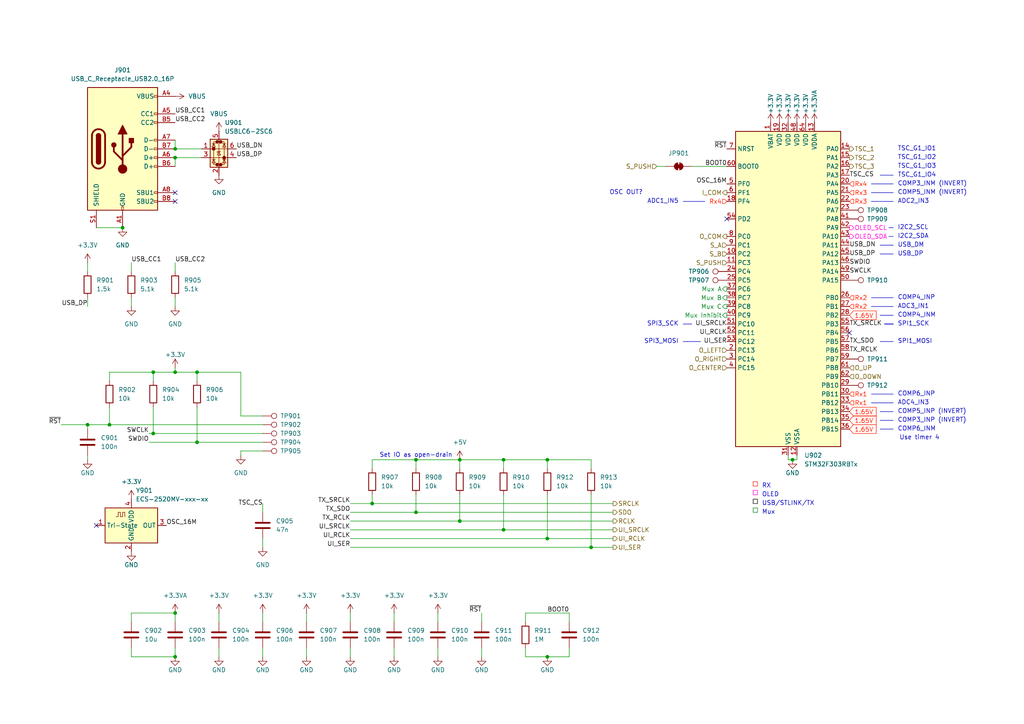
<source format=kicad_sch>
(kicad_sch (version 20250114) (generator "eeschema") (generator_version "9.0")
  (paper "A4")
  (lib_symbols
    (symbol "Connector:TestPoint" (pin_numbers (hide yes)) (pin_names (offset 0.762) (hide yes))
      (property "Reference" "TP" (at 0 6.858 0))
      (property "Value" "TestPoint" (at 0 5.08 0))
      (symbol "TestPoint_1_1"
        (pin passive line (at 0 0 90) (length 2.54) (name "1") (number "1"))
      )
    )
    (symbol "Connector:USB_C_Receptacle_USB2.0_16P" (pin_names (offset 1.016))
      (property "Reference" "J" (at 0 22.225 0))
      (property "Value" "USB_C_Receptacle_USB2.0_16P" (at 0 19.685 0))
      (symbol "USB_C_Receptacle_USB2.0_16P_1_1"
        (pin passive line (at -7.62 -22.86 90) (length 5.08) (name "SHIELD") (number "S1"))
        (pin passive line (at 0 -22.86 90) (length 5.08) (name "GND") (number "A1"))
        (pin passive line (at 0 -22.86 90) (length 5.08) (hide yes) (name "GND") (number "A12"))
        (pin passive line (at 0 -22.86 90) (length 5.08) (hide yes) (name "GND") (number "B1"))
        (pin passive line (at 0 -22.86 90) (length 5.08) (hide yes) (name "GND") (number "B12"))
        (pin passive line (at 15.24 15.24 180) (length 5.08) (name "VBUS") (number "A4"))
        (pin passive line (at 15.24 15.24 180) (length 5.08) (hide yes) (name "VBUS") (number "A9"))
        (pin passive line (at 15.24 15.24 180) (length 5.08) (hide yes) (name "VBUS") (number "B4"))
        (pin passive line (at 15.24 15.24 180) (length 5.08) (hide yes) (name "VBUS") (number "B9"))
        (pin bidirectional line (at 15.24 10.16 180) (length 5.08) (name "CC1") (number "A5"))
        (pin bidirectional line (at 15.24 7.62 180) (length 5.08) (name "CC2") (number "B5"))
        (pin bidirectional line (at 15.24 2.54 180) (length 5.08) (name "D-") (number "A7"))
        (pin bidirectional line (at 15.24 0 180) (length 5.08) (name "D-") (number "B7"))
        (pin bidirectional line (at 15.24 -2.54 180) (length 5.08) (name "D+") (number "A6"))
        (pin bidirectional line (at 15.24 -5.08 180) (length 5.08) (name "D+") (number "B6"))
        (pin bidirectional line (at 15.24 -12.7 180) (length 5.08) (name "SBU1") (number "A8"))
        (pin bidirectional line (at 15.24 -15.24 180) (length 5.08) (name "SBU2") (number "B8"))
      )
    )
    (symbol "Device:C" (pin_numbers (hide yes)) (pin_names (offset 0.254))
      (property "Reference" "C" (at 0.635 2.54 0))
      (property "Value" "C" (at 0.635 -2.54 0))
      (symbol "C_1_1"
        (pin passive line (at 0 3.81 270) (length 2.794) (name "~") (number "1"))
        (pin passive line (at 0 -3.81 90) (length 2.794) (name "~") (number "2"))
      )
    )
    (symbol "Device:R" (pin_numbers (hide yes)) (pin_names (offset 0))
      (property "Reference" "R" (at 2.032 0 90))
      (property "Value" "R" (at 0 0 90))
      (symbol "R_1_1"
        (pin passive line (at 0 3.81 270) (length 1.27) (name "~") (number "1"))
        (pin passive line (at 0 -3.81 90) (length 1.27) (name "~") (number "2"))
      )
    )
    (symbol "GND_1" (power) (pin_numbers (hide yes)) (pin_names (offset 0) (hide yes))
      (property "Value" "GND" (at 0 -3.81 0))
      (symbol "GND_1_1_1"
        (pin power_in line (at 0 0 270) (length 0) (name "~") (number "1"))
      )
    )
    (symbol "GND_2" (power) (pin_numbers (hide yes)) (pin_names (offset 0) (hide yes))
      (property "Value" "GND" (at 0 -3.81 0))
      (symbol "GND_2_1_1"
        (pin power_in line (at 0 0 270) (length 0) (name "~") (number "1"))
      )
    )
    (symbol "GND_3" (power) (pin_numbers (hide yes)) (pin_names (offset 0) (hide yes))
      (property "Value" "GND" (at 0 -3.81 0))
      (symbol "GND_3_1_1"
        (pin power_in line (at 0 0 270) (length 0) (name "~") (number "1"))
      )
    )
    (symbol "GND_4" (power) (pin_numbers (hide yes)) (pin_names (offset 0) (hide yes))
      (property "Value" "GND" (at 0 -3.81 0))
      (symbol "GND_4_1_1"
        (pin power_in line (at 0 0 270) (length 0) (name "~") (number "1"))
      )
    )
    (symbol "GND_5" (power) (pin_numbers (hide yes)) (pin_names (offset 0) (hide yes))
      (property "Value" "GND" (at 0 -3.81 0))
      (symbol "GND_5_1_1"
        (pin power_in line (at 0 0 270) (length 0) (name "~") (number "1"))
      )
    )
    (symbol "Jumper:SolderJumper_2_Bridged" (pin_numbers (hide yes)) (pin_names (offset 0) (hide yes)) (in_bom no)
      (property "Reference" "JP" (at 0 2.032 0))
      (property "Value" "SolderJumper_2_Bridged" (at 0 -2.54 0))
      (symbol "SolderJumper_2_Bridged_1_1"
        (pin passive line (at -3.81 0 0) (length 2.54) (name "A") (number "1"))
        (pin passive line (at 3.81 0 180) (length 2.54) (name "B") (number "2"))
      )
    )
    (symbol "MCU_ST_STM32F3:STM32F303RBTx"
      (property "Reference" "U" (at -15.24 46.99 0))
      (property "Value" "STM32F303RBTx" (at 10.16 46.99 0))
      (symbol "STM32F303RBTx_1_1"
        (pin input line (at -17.78 40.64 0) (length 2.54) (name "NRST") (number "7"))
        (pin input line (at -17.78 35.56 0) (length 2.54) (name "BOOT0") (number "60"))
        (pin bidirectional line (at -17.78 30.48 0) (length 2.54) (name "PF0") (number "5"))
        (pin bidirectional line (at -17.78 27.94 0) (length 2.54) (name "PF1") (number "6"))
        (pin bidirectional line (at -17.78 25.4 0) (length 2.54) (name "PF4") (number "18"))
        (pin bidirectional line (at -17.78 20.32 0) (length 2.54) (name "PD2") (number "54"))
        (pin bidirectional line (at -17.78 15.24 0) (length 2.54) (name "PC0") (number "8"))
        (pin bidirectional line (at -17.78 12.7 0) (length 2.54) (name "PC1") (number "9"))
        (pin bidirectional line (at -17.78 10.16 0) (length 2.54) (name "PC2") (number "10"))
        (pin bidirectional line (at -17.78 7.62 0) (length 2.54) (name "PC3") (number "11"))
        (pin bidirectional line (at -17.78 5.08 0) (length 2.54) (name "PC4") (number "24"))
        (pin bidirectional line (at -17.78 2.54 0) (length 2.54) (name "PC5") (number "25"))
        (pin bidirectional line (at -17.78 0 0) (length 2.54) (name "PC6") (number "37"))
        (pin bidirectional line (at -17.78 -2.54 0) (length 2.54) (name "PC7") (number "38"))
        (pin bidirectional line (at -17.78 -5.08 0) (length 2.54) (name "PC8") (number "39"))
        (pin bidirectional line (at -17.78 -7.62 0) (length 2.54) (name "PC9") (number "40"))
        (pin bidirectional line (at -17.78 -10.16 0) (length 2.54) (name "PC10") (number "51"))
        (pin bidirectional line (at -17.78 -12.7 0) (length 2.54) (name "PC11") (number "52"))
        (pin bidirectional line (at -17.78 -15.24 0) (length 2.54) (name "PC12") (number "53"))
        (pin bidirectional line (at -17.78 -17.78 0) (length 2.54) (name "PC13") (number "2"))
        (pin bidirectional line (at -17.78 -20.32 0) (length 2.54) (name "PC14") (number "3"))
        (pin bidirectional line (at -17.78 -22.86 0) (length 2.54) (name "PC15") (number "4"))
        (pin power_in line (at -5.08 48.26 270) (length 2.54) (name "VBAT") (number "1"))
        (pin power_in line (at -2.54 48.26 270) (length 2.54) (name "VDD") (number "19"))
        (pin power_in line (at 0 48.26 270) (length 2.54) (name "VDD") (number "32"))
        (pin power_in line (at 0 -48.26 90) (length 2.54) (name "VSS") (number "31"))
        (pin passive line (at 0 -48.26 90) (length 2.54) (hide yes) (name "VSS") (number "47"))
        (pin passive line (at 0 -48.26 90) (length 2.54) (hide yes) (name "VSS") (number "63"))
        (pin power_in line (at 2.54 48.26 270) (length 2.54) (name "VDD") (number "48"))
        (pin power_in line (at 2.54 -48.26 90) (length 2.54) (name "VSSA") (number "12"))
        (pin power_in line (at 5.08 48.26 270) (length 2.54) (name "VDD") (number "64"))
        (pin power_in line (at 7.62 48.26 270) (length 2.54) (name "VDDA") (number "13"))
        (pin bidirectional line (at 17.78 40.64 180) (length 2.54) (name "PA0") (number "14"))
        (pin bidirectional line (at 17.78 38.1 180) (length 2.54) (name "PA1") (number "15"))
        (pin bidirectional line (at 17.78 35.56 180) (length 2.54) (name "PA2") (number "16"))
        (pin bidirectional line (at 17.78 33.02 180) (length 2.54) (name "PA3") (number "17"))
        (pin bidirectional line (at 17.78 30.48 180) (length 2.54) (name "PA4") (number "20"))
        (pin bidirectional line (at 17.78 27.94 180) (length 2.54) (name "PA5") (number "21"))
        (pin bidirectional line (at 17.78 25.4 180) (length 2.54) (name "PA6") (number "22"))
        (pin bidirectional line (at 17.78 22.86 180) (length 2.54) (name "PA7") (number "23"))
        (pin bidirectional line (at 17.78 20.32 180) (length 2.54) (name "PA8") (number "41"))
        (pin bidirectional line (at 17.78 17.78 180) (length 2.54) (name "PA9") (number "42"))
        (pin bidirectional line (at 17.78 15.24 180) (length 2.54) (name "PA10") (number "43"))
        (pin bidirectional line (at 17.78 12.7 180) (length 2.54) (name "PA11") (number "44"))
        (pin bidirectional line (at 17.78 10.16 180) (length 2.54) (name "PA12") (number "45"))
        (pin bidirectional line (at 17.78 7.62 180) (length 2.54) (name "PA13") (number "46"))
        (pin bidirectional line (at 17.78 5.08 180) (length 2.54) (name "PA14") (number "49"))
        (pin bidirectional line (at 17.78 2.54 180) (length 2.54) (name "PA15") (number "50"))
        (pin bidirectional line (at 17.78 -2.54 180) (length 2.54) (name "PB0") (number "26"))
        (pin bidirectional line (at 17.78 -5.08 180) (length 2.54) (name "PB1") (number "27"))
        (pin bidirectional line (at 17.78 -7.62 180) (length 2.54) (name "PB2") (number "28"))
        (pin bidirectional line (at 17.78 -10.16 180) (length 2.54) (name "PB3") (number "55"))
        (pin bidirectional line (at 17.78 -12.7 180) (length 2.54) (name "PB4") (number "56"))
        (pin bidirectional line (at 17.78 -15.24 180) (length 2.54) (name "PB5") (number "57"))
        (pin bidirectional line (at 17.78 -17.78 180) (length 2.54) (name "PB6") (number "58"))
        (pin bidirectional line (at 17.78 -20.32 180) (length 2.54) (name "PB7") (number "59"))
        (pin bidirectional line (at 17.78 -22.86 180) (length 2.54) (name "PB8") (number "61"))
        (pin bidirectional line (at 17.78 -25.4 180) (length 2.54) (name "PB9") (number "62"))
        (pin bidirectional line (at 17.78 -27.94 180) (length 2.54) (name "PB10") (number "29"))
        (pin bidirectional line (at 17.78 -30.48 180) (length 2.54) (name "PB11") (number "30"))
        (pin bidirectional line (at 17.78 -33.02 180) (length 2.54) (name "PB12") (number "33"))
        (pin bidirectional line (at 17.78 -35.56 180) (length 2.54) (name "PB13") (number "34"))
        (pin bidirectional line (at 17.78 -38.1 180) (length 2.54) (name "PB14") (number "35"))
        (pin bidirectional line (at 17.78 -40.64 180) (length 2.54) (name "PB15") (number "36"))
      )
    )
    (symbol "Oscillator:ECS-2520MV-xxx-xx"
      (property "Reference" "Y" (at -5.08 6.35 0))
      (property "Value" "ECS-2520MV-xxx-xx" (at 1.27 -6.35 0))
      (symbol "ECS-2520MV-xxx-xx_1_1"
        (pin input line (at -10.16 0 0) (length 2.54) (name "Tri-State") (number "1"))
        (pin power_in line (at 0 7.62 270) (length 2.54) (name "VDD") (number "4"))
        (pin power_in line (at 0 -7.62 90) (length 2.54) (name "GND") (number "2"))
        (pin output line (at 10.16 0 180) (length 2.54) (name "OUT") (number "3"))
      )
    )
    (symbol "Power_Protection:USBLC6-2SC6" (pin_names (hide yes))
      (property "Reference" "U" (at 0.635 5.715 0))
      (property "Value" "USBLC6-2SC6" (at 0.635 3.81 0))
      (symbol "USBLC6-2SC6_1_1"
        (pin passive line (at -5.08 0 0) (length 2.54) (name "I/O1") (number "1"))
        (pin passive line (at -5.08 -2.54 0) (length 2.54) (name "I/O2") (number "3"))
        (pin passive line (at 0 5.08 270) (length 2.54) (name "VBUS") (number "5"))
        (pin passive line (at 0 -7.62 90) (length 2.54) (name "GND") (number "2"))
        (pin passive line (at 5.08 0 180) (length 2.54) (name "I/O1") (number "6"))
        (pin passive line (at 5.08 -2.54 180) (length 2.54) (name "I/O2") (number "4"))
      )
    )
    (symbol "power:+3.3V" (power) (pin_numbers (hide yes)) (pin_names (offset 0) (hide yes))
      (property "Value" "+3.3V" (at 0 3.556 0))
      (symbol "+3.3V_1_1"
        (pin power_in line (at 0 0 90) (length 0) (name "~") (number "1"))
      )
    )
    (symbol "power:+3.3VA" (power) (pin_numbers (hide yes)) (pin_names (offset 0) (hide yes))
      (property "Value" "+3.3VA" (at 0 3.556 0))
      (symbol "+3.3VA_1_1"
        (pin power_in line (at 0 0 90) (length 0) (name "~") (number "1"))
      )
    )
    (symbol "power:+5V" (power) (pin_numbers (hide yes)) (pin_names (offset 0) (hide yes))
      (property "Value" "+5V" (at 0 3.556 0))
      (symbol "+5V_1_1"
        (pin power_in line (at 0 0 90) (length 0) (name "~") (number "1"))
      )
    )
    (symbol "power:GND" (power) (pin_names (offset 0))
      (property "Value" "GND" (at 0 -3.81 0))
      (symbol "GND_1_1"
        (pin power_in line (at 0 0 270) (length 0) (hide yes) (name "GND") (number "1"))
      )
    )
    (symbol "power:VBUS" (power) (pin_numbers (hide yes)) (pin_names (offset 0) (hide yes))
      (property "Value" "VBUS" (at 0 3.556 0))
      (symbol "VBUS_1_1"
        (pin power_in line (at 0 0 90) (length 0) (name "~") (number "1"))
      )
    )
  )
  (rectangle (start 218.44 139.7) (end 219.71 140.97) (stroke (width 0) (color 255 30 0 1)))
  (rectangle (start 218.44 144.78) (end 219.71 146.05) (stroke (width 0) (color 0 0 0 1)))
  (rectangle (start 218.44 142.24) (end 219.71 143.51) (stroke (width 0) (color 255 0 210 1)))
  (rectangle (start 218.44 147.32) (end 219.71 148.59) (stroke (width 0) (color 0 132 30 1)))
  (text "SPI3_SCK" (at 196.85 93.98 0) (effects (font (size 1.27 1.27)) (justify right)))
  (text "Set IO as open-drain" (at 120.65 132.08 0) (effects (font (size 1.27 1.27))))
  (text "SPI1_MOSI" (at 260.35 99.06 0) (effects (font (size 1.27 1.27)) (justify left)))
  (text "COMP5_INM (INVERT)" (at 260.35 55.88 0) (effects (font (size 1.27 1.27)) (justify left)))
  (text "ADC4_IN3" (at 260.35 116.84 0) (effects (font (size 1.27 1.27)) (justify left)))
  (text "TSC_G1_IO3" (at 260.35 48.26 0) (effects (font (size 1.27 1.27)) (justify left)))
  (text "COMP3_INP (INVERT)" (at 260.35 121.92 0) (effects (font (size 1.27 1.27)) (justify left)))
  (text "ADC3_IN1" (at 260.35 88.9 0) (effects (font (size 1.27 1.27)) (justify left)))
  (text "COMP5_INP (INVERT)" (at 260.35 119.38 0) (effects (font (size 1.27 1.27)) (justify left)))
  (text "COMP4_INP" (at 260.35 86.36 0) (effects (font (size 1.27 1.27)) (justify left)))
  (text "I2C2_SCL" (at 260.35 66.04 0) (effects (font (size 1.27 1.27)) (justify left)))
  (text "SPI1_SCK" (at 260.35 93.98 0) (effects (font (size 1.27 1.27)) (justify left)))
  (text "TSC_G1_IO2" (at 260.35 45.72 0) (effects (font (size 1.27 1.27)) (justify left)))
  (text "OSC OUT?" (at 181.61 55.88 0) (effects (font (size 1.27 1.27))))
  (text "ADC2_IN3" (at 260.35 58.42 0) (effects (font (size 1.27 1.27)) (justify left)))
  (text "COMP3_INM (INVERT)" (at 260.35 53.34 0) (effects (font (size 1.27 1.27)) (justify left)))
  (text "USB_DP" (at 260.35 73.66 0) (effects (font (size 1.27 1.27)) (justify left)))
  (text "USB/STLINK/TX\n" (at 220.98 146.05 0) (effects (font (size 1.27 1.27)) (justify left)))
  (text "COMP6_INP" (at 260.35 114.3 0) (effects (font (size 1.27 1.27)) (justify left)))
  (text "ADC1_IN5" (at 196.85 58.42 0) (effects (font (size 1.27 1.27)) (justify right)))
  (text "TSC_G1_IO1" (at 260.35 43.18 0) (effects (font (size 1.27 1.27)) (justify left)))
  (text "COMP4_INM" (at 260.35 91.44 0) (effects (font (size 1.27 1.27)) (justify left)))
  (text "Use timer 4" (at 266.7 127 0) (effects (font (size 1.27 1.27))))
  (text "SPI3_MOSI\n" (at 196.85 99.06 0) (effects (font (size 1.27 1.27)) (justify right)))
  (text "TSC_G1_IO4" (at 260.35 50.8 0) (effects (font (size 1.27 1.27)) (justify left)))
  (text "OLED" (at 220.98 143.51 0) (effects (font (size 1.27 1.27)) (justify left)))
  (text "Mux" (at 220.98 148.59 0) (effects (font (size 1.27 1.27)) (justify left)))
  (text "USB_DM" (at 260.35 71.12 0) (effects (font (size 1.27 1.27)) (justify left)))
  (text "COMP6_INM" (at 260.35 124.46 0) (effects (font (size 1.27 1.27)) (justify left)))
  (text "I2C2_SDA" (at 260.35 68.58 0) (effects (font (size 1.27 1.27)) (justify left)))
  (text "RX\n" (at 220.98 140.97 0) (effects (font (size 1.27 1.27)) (justify left)))
  (junction (at 133.35 151.13))
  (junction (at 57.15 107.95))
  (junction (at 133.35 133.35))
  (junction (at 158.75 156.21))
  (junction (at 158.75 190.5))
  (junction (at 107.95 146.05))
  (junction (at 31.75 123.19))
  (junction (at 146.05 133.35))
  (junction (at 229.87 133.35))
  (junction (at 50.8 190.5))
  (junction (at 171.45 158.75))
  (junction (at 120.65 133.35))
  (junction (at 50.8 177.8))
  (junction (at 50.8 107.95))
  (junction (at 44.45 125.73))
  (junction (at 50.8 45.72))
  (junction (at 35.56 66.04))
  (junction (at 57.15 128.27))
  (junction (at 146.05 153.67))
  (junction (at 25.4 123.19))
  (junction (at 44.45 107.95))
  (junction (at 50.8 43.18))
  (junction (at 158.75 133.35))
  (junction (at 120.65 148.59))
  (no_connect (at 246.38 96.52))
  (no_connect (at 210.82 63.5))
  (no_connect (at 27.94 152.4))
  (no_connect (at 50.8 58.42))
  (no_connect (at 50.8 55.88))
  (polyline (pts (xy 255.27 119.38) (xy 259.08 119.38)))
  (polyline (pts (xy 199.39 99.06) (xy 203.2 99.06)))
  (wire (pts (xy 25.4 133.35) (xy 25.4 132.08)))
  (wire (pts (xy 57.15 107.95) (xy 69.85 107.95)))
  (wire (pts (xy 88.9 177.8) (xy 88.9 180.34)))
  (wire (pts (xy 101.6 177.8) (xy 101.6 180.34)))
  (wire (pts (xy 76.2 177.8) (xy 76.2 180.34)))
  (wire (pts (xy 31.75 107.95) (xy 44.45 107.95)))
  (wire (pts (xy 17.78 123.19) (xy 25.4 123.19)))
  (wire (pts (xy 133.35 133.35) (xy 120.65 133.35)))
  (wire (pts (xy 165.1 190.5) (xy 165.1 187.96)))
  (wire (pts (xy 38.1 190.5) (xy 50.8 190.5)))
  (wire (pts (xy 190.5 48.26) (xy 193.04 48.26)))
  (polyline (pts (xy 255.27 99.06) (xy 259.08 99.06)))
  (polyline (pts (xy 198.12 99.06) (xy 199.39 99.06)))
  (wire (pts (xy 152.4 180.34) (xy 152.4 177.8)))
  (wire (pts (xy 31.75 123.19) (xy 76.2 123.19)))
  (wire (pts (xy 171.45 143.51) (xy 171.45 158.75)))
  (polyline (pts (xy 255.27 121.92) (xy 259.08 121.92)))
  (wire (pts (xy 50.8 43.18) (xy 58.42 43.18)))
  (wire (pts (xy 50.8 45.72) (xy 50.8 48.26)))
  (wire (pts (xy 50.8 107.95) (xy 57.15 107.95)))
  (polyline (pts (xy 198.12 93.98) (xy 200.66 93.98)))
  (wire (pts (xy 158.75 133.35) (xy 158.75 135.89)))
  (wire (pts (xy 43.18 128.27) (xy 57.15 128.27)))
  (wire (pts (xy 146.05 153.67) (xy 177.8 153.67)))
  (wire (pts (xy 63.5 187.96) (xy 63.5 190.5)))
  (polyline (pts (xy 252.73 86.36) (xy 259.08 86.36)))
  (wire (pts (xy 107.95 135.89) (xy 107.95 133.35)))
  (polyline (pts (xy 252.73 114.3) (xy 259.08 114.3)))
  (wire (pts (xy 231.14 132.08) (xy 231.14 133.35)))
  (polyline (pts (xy 198.12 58.42) (xy 204.47 58.42)))
  (wire (pts (xy 133.35 133.35) (xy 146.05 133.35)))
  (wire (pts (xy 38.1 88.9) (xy 38.1 86.36)))
  (wire (pts (xy 107.95 146.05) (xy 177.8 146.05)))
  (wire (pts (xy 38.1 187.96) (xy 38.1 190.5)))
  (wire (pts (xy 200.66 48.26) (xy 210.82 48.26)))
  (wire (pts (xy 50.8 45.72) (xy 58.42 45.72)))
  (wire (pts (xy 146.05 133.35) (xy 146.05 135.89)))
  (wire (pts (xy 114.3 177.8) (xy 114.3 180.34)))
  (wire (pts (xy 231.14 133.35) (xy 229.87 133.35)))
  (wire (pts (xy 76.2 146.05) (xy 76.2 148.59)))
  (wire (pts (xy 50.8 177.8) (xy 50.8 180.34)))
  (wire (pts (xy 158.75 156.21) (xy 177.8 156.21)))
  (wire (pts (xy 101.6 187.96) (xy 101.6 190.5)))
  (polyline (pts (xy 257.81 68.58) (xy 259.08 68.58)))
  (polyline (pts (xy 252.73 58.42) (xy 259.08 58.42)))
  (polyline (pts (xy 255.27 73.66) (xy 259.08 73.66)))
  (wire (pts (xy 120.65 148.59) (xy 177.8 148.59)))
  (wire (pts (xy 44.45 125.73) (xy 43.18 125.73)))
  (wire (pts (xy 76.2 156.21) (xy 76.2 158.75)))
  (wire (pts (xy 107.95 146.05) (xy 107.95 143.51)))
  (wire (pts (xy 127 187.96) (xy 127 190.5)))
  (wire (pts (xy 107.95 133.35) (xy 120.65 133.35)))
  (wire (pts (xy 165.1 180.34) (xy 165.1 177.8)))
  (wire (pts (xy 114.3 187.96) (xy 114.3 190.5)))
  (wire (pts (xy 50.8 106.68) (xy 50.8 107.95)))
  (wire (pts (xy 152.4 190.5) (xy 158.75 190.5)))
  (wire (pts (xy 25.4 78.74) (xy 25.4 76.2)))
  (wire (pts (xy 158.75 190.5) (xy 165.1 190.5)))
  (wire (pts (xy 44.45 107.95) (xy 44.45 110.49)))
  (wire (pts (xy 139.7 177.8) (xy 139.7 180.34)))
  (wire (pts (xy 31.75 123.19) (xy 25.4 123.19)))
  (wire (pts (xy 50.8 187.96) (xy 50.8 190.5)))
  (wire (pts (xy 120.65 143.51) (xy 120.65 148.59)))
  (wire (pts (xy 44.45 125.73) (xy 76.2 125.73)))
  (polyline (pts (xy 257.81 66.04) (xy 259.08 66.04)))
  (wire (pts (xy 57.15 107.95) (xy 57.15 110.49)))
  (wire (pts (xy 101.6 158.75) (xy 171.45 158.75)))
  (polyline (pts (xy 252.73 55.88) (xy 259.08 55.88)))
  (wire (pts (xy 50.8 88.9) (xy 50.8 86.36)))
  (wire (pts (xy 152.4 177.8) (xy 165.1 177.8)))
  (wire (pts (xy 152.4 190.5) (xy 152.4 187.96)))
  (polyline (pts (xy 255.27 91.44) (xy 259.08 91.44)))
  (wire (pts (xy 101.6 148.59) (xy 120.65 148.59)))
  (wire (pts (xy 76.2 130.81) (xy 69.85 130.81)))
  (wire (pts (xy 38.1 177.8) (xy 50.8 177.8)))
  (wire (pts (xy 50.8 107.95) (xy 44.45 107.95)))
  (wire (pts (xy 50.8 40.64) (xy 50.8 43.18)))
  (wire (pts (xy 50.8 76.2) (xy 50.8 78.74)))
  (polyline (pts (xy 252.73 88.9) (xy 259.08 88.9)))
  (wire (pts (xy 88.9 187.96) (xy 88.9 190.5)))
  (wire (pts (xy 31.75 118.11) (xy 31.75 123.19)))
  (wire (pts (xy 171.45 133.35) (xy 171.45 135.89)))
  (wire (pts (xy 101.6 156.21) (xy 158.75 156.21)))
  (wire (pts (xy 38.1 76.2) (xy 38.1 78.74)))
  (wire (pts (xy 38.1 180.34) (xy 38.1 177.8)))
  (wire (pts (xy 228.6 133.35) (xy 228.6 132.08)))
  (wire (pts (xy 76.2 187.96) (xy 76.2 190.5)))
  (wire (pts (xy 57.15 128.27) (xy 76.2 128.27)))
  (polyline (pts (xy 252.73 53.34) (xy 259.08 53.34)))
  (wire (pts (xy 101.6 153.67) (xy 146.05 153.67)))
  (wire (pts (xy 27.94 66.04) (xy 35.56 66.04)))
  (wire (pts (xy 69.85 107.95) (xy 69.85 120.65)))
  (polyline (pts (xy 256.54 93.98) (xy 259.08 93.98)))
  (wire (pts (xy 101.6 146.05) (xy 107.95 146.05)))
  (wire (pts (xy 44.45 118.11) (xy 44.45 125.73)))
  (wire (pts (xy 127 177.8) (xy 127 180.34)))
  (wire (pts (xy 229.87 133.35) (xy 228.6 133.35)))
  (wire (pts (xy 133.35 133.35) (xy 133.35 135.89)))
  (wire (pts (xy 120.65 133.35) (xy 120.65 135.89)))
  (polyline (pts (xy 255.27 50.8) (xy 259.08 50.8)))
  (wire (pts (xy 25.4 123.19) (xy 25.4 124.46)))
  (wire (pts (xy 31.75 110.49) (xy 31.75 107.95)))
  (wire (pts (xy 76.2 120.65) (xy 69.85 120.65)))
  (wire (pts (xy 133.35 151.13) (xy 177.8 151.13)))
  (wire (pts (xy 133.35 143.51) (xy 133.35 151.13)))
  (wire (pts (xy 146.05 143.51) (xy 146.05 153.67)))
  (polyline (pts (xy 255.27 124.46) (xy 259.08 124.46)))
  (wire (pts (xy 158.75 143.51) (xy 158.75 156.21)))
  (wire (pts (xy 171.45 158.75) (xy 177.8 158.75)))
  (wire (pts (xy 63.5 177.8) (xy 63.5 180.34)))
  (wire (pts (xy 158.75 133.35) (xy 171.45 133.35)))
  (wire (pts (xy 139.7 187.96) (xy 139.7 190.5)))
  (polyline (pts (xy 256.54 93.98) (xy 259.08 93.98)))
  (wire (pts (xy 146.05 133.35) (xy 158.75 133.35)))
  (polyline (pts (xy 255.27 71.12) (xy 259.08 71.12)))
  (wire (pts (xy 101.6 151.13) (xy 133.35 151.13)))
  (wire (pts (xy 25.4 86.36) (xy 25.4 88.9)))
  (wire (pts (xy 69.85 130.81) (xy 69.85 132.08)))
  (wire (pts (xy 57.15 118.11) (xy 57.15 128.27)))
  (polyline (pts (xy 252.73 116.84) (xy 259.08 116.84)))
  (label "TX_SDO" (at 101.6 148.59 180))
  (label "USB_DP" (at 25.4 88.9 180))
  (label "USB_DN" (at 246.38 71.12 0))
  (label "USB_DN" (at 68.58 43.18 0))
  (label "SWCLK" (at 246.38 78.74 0))
  (label "UI_SER" (at 101.6 158.75 180))
  (label "TSC_CS" (at 246.38 50.8 0))
  (label "USB_DP" (at 68.58 45.72 0))
  (label "OSC_16M" (at 210.82 53.34 180))
  (label "BOOT0" (at 158.75 177.8 0))
  (label "SWDIO" (at 43.18 128.27 180))
  (label "UI_RCLK" (at 210.82 96.52 180))
  (label "TSC_CS" (at 76.2 146.05 180))
  (label "~{RST}" (at 210.82 43.18 180))
  (label "USB_CC2" (at 50.8 76.2 0))
  (label "TX_SDO" (at 246.38 99.06 0))
  (label "SWDIO" (at 246.38 76.2 0))
  (label "SWCLK" (at 43.18 125.73 180))
  (label "TX_SRCLK" (at 246.38 93.98 0))
  (label "UI_RCLK" (at 101.6 156.21 180))
  (label "BOOT0" (at 210.82 48.26 180))
  (label "TX_RCLK" (at 246.38 101.6 0))
  (label "UI_SRCLK" (at 210.82 93.98 180))
  (label "USB_CC2" (at 50.8 35.56 0))
  (label "~{RST}" (at 17.78 123.19 180))
  (label "UI_SER" (at 210.82 99.06 180))
  (label "TX_SRCLK" (at 101.6 146.05 180))
  (label "USB_CC1" (at 38.1 76.2 0))
  (label "USB_CC1" (at 50.8 33.02 0))
  (label "UI_SRCLK" (at 101.6 153.67 180))
  (label "TX_RCLK" (at 101.6 151.13 180))
  (label "~{RST}" (at 139.7 177.8 180))
  (label "OSC_16M" (at 48.26 152.4 0))
  (label "USB_DP" (at 246.38 73.66 0))
  (global_label "1.65V" (shape input) (at 246.38 119.38 0) (property "Intersheetrefs" "${INTERSHEET_REFS}" (effects (hide yes))))
  (global_label "1.65V" (shape input) (at 246.38 91.44 0) (property "Intersheetrefs" "${INTERSHEET_REFS}" (effects (hide yes))))
  (global_label "1.65V" (shape input) (at 246.38 124.46 0) (property "Intersheetrefs" "${INTERSHEET_REFS}" (effects (hide yes))))
  (global_label "1.65V" (shape input) (at 246.38 121.92 0) (property "Intersheetrefs" "${INTERSHEET_REFS}" (effects (hide yes))))
  (hierarchical_label "RCLK" (shape output) (at 177.8 151.13 0))
  (hierarchical_label "O_UP" (shape input) (at 246.38 106.68 0))
  (hierarchical_label "SDO" (shape output) (at 177.8 148.59 0))
  (hierarchical_label "Rx4" (shape input) (at 246.38 53.34 0))
  (hierarchical_label "Rx3" (shape input) (at 246.38 55.88 0))
  (hierarchical_label "UI_RCLK" (shape output) (at 177.8 156.21 0))
  (hierarchical_label "OLED_SDA" (shape output) (at 246.38 68.58 0))
  (hierarchical_label "Rx1" (shape input) (at 246.38 116.84 0))
  (hierarchical_label "TSC_2" (shape output) (at 246.38 45.72 0))
  (hierarchical_label "TSC_1" (shape output) (at 246.38 43.18 0))
  (hierarchical_label "Mux C" (shape output) (at 210.82 88.9 180))
  (hierarchical_label "O_DOWN" (shape input) (at 246.38 109.22 0))
  (hierarchical_label "OLED_SCL" (shape output) (at 246.38 66.04 0))
  (hierarchical_label "O_COM" (shape output) (at 210.82 68.58 180))
  (hierarchical_label "Mux Inhibit" (shape output) (at 210.82 91.44 180))
  (hierarchical_label "TSC_3" (shape output) (at 246.38 48.26 0))
  (hierarchical_label "Rx1" (shape input) (at 246.38 114.3 0))
  (hierarchical_label "UI_SER" (shape output) (at 177.8 158.75 0))
  (hierarchical_label "I_COM" (shape output) (at 210.82 55.88 180))
  (hierarchical_label "Rx2" (shape input) (at 246.38 88.9 0))
  (hierarchical_label "O_RIGHT" (shape input) (at 210.82 104.14 180))
  (hierarchical_label "S_PUSH" (shape input) (at 210.82 76.2 180))
  (hierarchical_label "SRCLK" (shape output) (at 177.8 146.05 0))
  (hierarchical_label "Rx4" (shape input) (at 210.82 58.42 180))
  (hierarchical_label "S_A" (shape input) (at 210.82 71.12 180))
  (hierarchical_label "Mux A" (shape output) (at 210.82 83.82 180))
  (hierarchical_label "Mux B" (shape output) (at 210.82 86.36 180))
  (hierarchical_label "Rx3" (shape input) (at 246.38 58.42 0))
  (hierarchical_label "O_LEFT" (shape input) (at 210.82 101.6 180))
  (hierarchical_label "S_B" (shape input) (at 210.82 73.66 180))
  (hierarchical_label "UI_SRCLK" (shape output) (at 177.8 153.67 0))
  (hierarchical_label "S_PUSH" (shape input) (at 190.5 48.26 180))
  (hierarchical_label "O_CENTER" (shape input) (at 210.82 106.68 180))
  (hierarchical_label "Rx2" (shape input) (at 246.38 86.36 0))
  (symbol (lib_id "Device:C") (at 114.3 184.15 0) (unit 1)
    (property "Reference" "C909" (at 118.11 182.8799 0) (effects (justify left)))
    (property "Value" "100n" (at 118.11 185.4199 0) (effects (justify left)))
    (property "Footprint" "Capacitor_SMD:C_0603_1608Metric" (effects (hide yes)))
    (property "Description" "Unpolarized capacitor" (effects (hide yes)))
  )
  (symbol (lib_id "Connector:TestPoint") (at 76.2 120.65 270) (unit 1)
    (property "Reference" "TP901" (at 81.28 120.65 90) (effects (justify left)))
    (property "Value" "TestPoint" (effects (hide yes)))
    (property "Footprint" "TestPoint:TestPoint_Pad_1.5x1.5mm" (effects (hide yes)))
    (property "Description" "test point" (effects (hide yes)))
  )
  (symbol (lib_id "Device:C") (at 88.9 184.15 0) (unit 1)
    (property "Reference" "C907" (at 92.71 182.8799 0) (effects (justify left)))
    (property "Value" "100n" (at 92.71 185.4199 0) (effects (justify left)))
    (property "Footprint" "Capacitor_SMD:C_0603_1608Metric" (effects (hide yes)))
    (property "Description" "Unpolarized capacitor" (effects (hide yes)))
  )
  (symbol (lib_id "Connector:USB_C_Receptacle_USB2.0_16P") (at 35.56 43.18 0) (unit 1)
    (property "Reference" "J901" (at 35.56 20.32 0))
    (property "Value" "USB_C_Receptacle_USB2.0_16P" (at 35.56 22.86 0))
    (property "Footprint" "Connector_USB:USB_C_Receptacle_GCT_USB4110" (effects (hide yes)))
    (property "Datasheet" "https://www.usb.org/sites/default/files/documents/usb_type-c.zip" (effects (hide yes)))
    (property "Description" "USB 2.0-only 16P Type-C Receptacle connector" (effects (hide yes)))
  )
  (symbol (lib_id "Device:C") (at 165.1 184.15 0) (unit 1)
    (property "Reference" "C912" (at 168.91 182.8799 0) (effects (justify left)))
    (property "Value" "100n" (at 168.91 185.4199 0) (effects (justify left)))
    (property "Footprint" "Capacitor_SMD:C_0603_1608Metric" (effects (hide yes)))
    (property "Description" "Unpolarized capacitor" (effects (hide yes)))
  )
  (symbol (lib_id "power:+3.3VA") (at 236.22 35.56 0) (unit 1)
    (property "Reference" "#PWR0937" (effects (hide yes)))
    (property "Value" "+3.3VA" (at 236.22 33.02 90) (effects (justify left)))
    (property "Description" "Power symbol creates a global label with name \"+3.3VA\"" (effects (hide yes)))
  )
  (symbol (lib_id "Device:R") (at 50.8 82.55 0) (unit 1)
    (property "Reference" "R905" (at 53.34 81.2799 0) (effects (justify left)))
    (property "Value" "5.1k" (at 53.34 83.8199 0) (effects (justify left)))
    (property "Footprint" "Capacitor_SMD:C_0603_1608Metric" (effects (hide yes)))
    (property "Description" "Resistor" (effects (hide yes)))
  )
  (symbol (lib_name "GND_3") (lib_id "power:GND") (at 35.56 66.04 0) (unit 1)
    (property "Reference" "#PWR0903" (effects (hide yes)))
    (property "Value" "GND" (at 35.56 71.12 0))
    (property "Description" "Power symbol creates a global label with name \"GND\" , ground" (effects (hide yes)))
  )
  (symbol (lib_id "power:GND") (at 38.1 160.02 0) (unit 1)
    (property "Reference" "#PWR0906" (effects (hide yes)))
    (property "Value" "GND" (at 38.1 163.83 0))
  )
  (symbol (lib_id "Connector:TestPoint") (at 210.82 78.74 90) (unit 1)
    (property "Reference" "TP906" (at 205.74 78.74 90) (effects (justify left)))
    (property "Value" "TestPoint" (effects (hide yes)))
    (property "Footprint" "TestPoint:TestPoint_Pad_1.5x1.5mm" (effects (hide yes)))
    (property "Description" "test point" (effects (hide yes)))
  )
  (symbol (lib_id "power:+3.3V") (at 50.8 106.68 0) (unit 1)
    (property "Reference" "#PWR0909" (effects (hide yes)))
    (property "Value" "+3.3V" (at 50.8 102.87 0))
    (property "Description" "Power symbol creates a global label with name \"+3.3V\"" (effects (hide yes)))
  )
  (symbol (lib_id "power:+3.3VA") (at 50.8 177.8 0) (unit 1)
    (property "Reference" "#PWR0910" (effects (hide yes)))
    (property "Value" "+3.3VA" (at 50.8 172.72 0))
    (property "Description" "Power symbol creates a global label with name \"+3.3VA\"" (effects (hide yes)))
  )
  (symbol (lib_id "power:VBUS") (at 50.8 27.94 270) (unit 1)
    (property "Reference" "#PWR0907" (effects (hide yes)))
    (property "Value" "VBUS" (at 54.61 27.9399 90) (effects (justify left)))
    (property "Description" "Power symbol creates a global label with name \"VBUS\"" (effects (hide yes)))
  )
  (symbol (lib_id "Device:C") (at 76.2 184.15 0) (unit 1)
    (property "Reference" "C906" (at 80.01 182.8799 0) (effects (justify left)))
    (property "Value" "100n" (at 80.01 185.4199 0) (effects (justify left)))
    (property "Footprint" "Capacitor_SMD:C_0603_1608Metric" (effects (hide yes)))
    (property "Description" "Unpolarized capacitor" (effects (hide yes)))
  )
  (symbol (lib_id "power:+3.3V") (at 76.2 177.8 0) (unit 1)
    (property "Reference" "#PWR0918" (effects (hide yes)))
    (property "Value" "+3.3V" (at 76.2 172.72 0))
    (property "Description" "Power symbol creates a global label with name \"+3.3V\"" (effects (hide yes)))
  )
  (symbol (lib_id "Device:R") (at 120.65 139.7 0) (unit 1)
    (property "Reference" "R908" (at 123.19 138.4299 0) (effects (justify left)))
    (property "Value" "10k" (at 123.19 140.9699 0) (effects (justify left)))
    (property "Footprint" "Resistor_SMD:R_0603_1608Metric" (effects (hide yes)))
    (property "Description" "Resistor" (effects (hide yes)))
  )
  (symbol (lib_name "GND_1") (lib_id "power:GND") (at 50.8 88.9 0) (unit 1)
    (property "Reference" "#PWR0908" (effects (hide yes)))
    (property "Value" "GND" (at 50.8 93.98 0))
    (property "Description" "Power symbol creates a global label with name \"GND\" , ground" (effects (hide yes)))
  )
  (symbol (lib_id "power:+3.3V") (at 231.14 35.56 0) (unit 1)
    (property "Reference" "#PWR0935" (effects (hide yes)))
    (property "Value" "+3.3V" (at 231.14 33.02 90) (effects (justify left)))
    (property "Description" "Power symbol creates a global label with name \"+3.3V\"" (effects (hide yes)))
  )
  (symbol (lib_id "power:+3.3V") (at 114.3 177.8 0) (unit 1)
    (property "Reference" "#PWR0924" (effects (hide yes)))
    (property "Value" "+3.3V" (at 114.3 172.72 0))
    (property "Description" "Power symbol creates a global label with name \"+3.3V\"" (effects (hide yes)))
  )
  (symbol (lib_id "Device:R") (at 133.35 139.7 0) (unit 1)
    (property "Reference" "R909" (at 135.89 138.4299 0) (effects (justify left)))
    (property "Value" "10k" (at 135.89 140.9699 0) (effects (justify left)))
    (property "Footprint" "Resistor_SMD:R_0603_1608Metric" (effects (hide yes)))
    (property "Description" "Resistor" (effects (hide yes)))
  )
  (symbol (lib_id "power:+3.3V") (at 223.52 35.56 0) (unit 1)
    (property "Reference" "#PWR0931" (effects (hide yes)))
    (property "Value" "+3.3V" (at 223.52 33.02 90) (effects (justify left)))
    (property "Description" "Power symbol creates a global label with name \"+3.3V\"" (effects (hide yes)))
  )
  (symbol (lib_name "GND_1") (lib_id "power:GND") (at 63.5 50.8 0) (unit 1)
    (property "Reference" "#PWR0913" (effects (hide yes)))
    (property "Value" "GND" (at 63.5 55.88 0))
    (property "Description" "Power symbol creates a global label with name \"GND\" , ground" (effects (hide yes)))
  )
  (symbol (lib_id "Device:R") (at 31.75 114.3 0) (unit 1)
    (property "Reference" "R902" (at 34.29 113.0299 0) (effects (justify left)))
    (property "Value" "10k" (at 34.29 115.5699 0) (effects (justify left)))
    (property "Footprint" "Resistor_SMD:R_0603_1608Metric" (effects (hide yes)))
    (property "Description" "Resistor" (effects (hide yes)))
  )
  (symbol (lib_id "MCU_ST_STM32F3:STM32F303RBTx") (at 228.6 83.82 0) (unit 1)
    (property "Reference" "U902" (at 233.2833 132.08 0) (effects (justify left)))
    (property "Value" "STM32F303RBTx" (at 233.2833 134.62 0) (effects (justify left)))
    (property "Footprint" "Package_QFP:LQFP-64_10x10mm_P0.5mm" (effects (hide yes)))
    (property "Datasheet" "https://www.st.com/resource/en/datasheet/stm32f303rb.pdf" (effects (hide yes)))
    (property "Description" "STMicroelectronics Arm Cortex-M4 MCU, 128KB flash, 40KB RAM, 72 MHz, 2.0-3.6V, 52 GPIO, LQFP64" (effects (hide yes)))
  )
  (symbol (lib_name "GND_2") (lib_id "power:GND") (at 69.85 132.08 0) (unit 1)
    (property "Reference" "#PWR0916" (effects (hide yes)))
    (property "Value" "GND" (at 69.85 137.16 0))
    (property "Description" "Power symbol creates a global label with name \"GND\" , ground" (effects (hide yes)))
  )
  (symbol (lib_id "power:+3.3V") (at 88.9 177.8 0) (unit 1)
    (property "Reference" "#PWR0920" (effects (hide yes)))
    (property "Value" "+3.3V" (at 88.9 172.72 0))
    (property "Description" "Power symbol creates a global label with name \"+3.3V\"" (effects (hide yes)))
  )
  (symbol (lib_id "Jumper:SolderJumper_2_Bridged") (at 196.85 48.26 0) (unit 1) (in_bom no)
    (property "Reference" "JP901" (at 196.85 44.45 0))
    (property "Value" "SolderJumper_2_Bridged" (effects (hide yes)))
    (property "Footprint" "Jumper:SolderJumper-2_P1.3mm_Bridged_RoundedPad1.0x1.5mm" (effects (hide yes)))
    (property "Description" "Solder Jumper, 2-pole, closed/bridged" (effects (hide yes)))
  )
  (symbol (lib_id "power:+3.3V") (at 63.5 177.8 0) (unit 1)
    (property "Reference" "#PWR0914" (effects (hide yes)))
    (property "Value" "+3.3V" (at 63.5 172.72 0))
    (property "Description" "Power symbol creates a global label with name \"+3.3V\"" (effects (hide yes)))
  )
  (symbol (lib_id "power:GND") (at 25.4 133.35 0) (unit 1)
    (property "Reference" "#PWR0902" (effects (hide yes)))
    (property "Value" "GND" (at 25.4 137.16 0))
  )
  (symbol (lib_id "Connector:TestPoint") (at 76.2 128.27 270) (unit 1)
    (property "Reference" "TP904" (at 81.28 128.27 90) (effects (justify left)))
    (property "Value" "TestPoint" (effects (hide yes)))
    (property "Footprint" "TestPoint:TestPoint_Pad_1.5x1.5mm" (effects (hide yes)))
    (property "Description" "test point" (effects (hide yes)))
  )
  (symbol (lib_id "Device:R") (at 152.4 184.15 0) (unit 1)
    (property "Reference" "R911" (at 154.94 182.8799 0) (effects (justify left)))
    (property "Value" "1M" (at 154.94 185.4199 0) (effects (justify left)))
    (property "Footprint" "Resistor_SMD:R_0603_1608Metric" (effects (hide yes)))
    (property "Description" "Resistor" (effects (hide yes)))
  )
  (symbol (lib_id "power:GND") (at 114.3 190.5 0) (unit 1)
    (property "Reference" "#PWR0925" (effects (hide yes)))
    (property "Value" "GND" (at 114.3 194.31 0))
  )
  (symbol (lib_id "power:+3.3V") (at 127 177.8 0) (unit 1)
    (property "Reference" "#PWR0926" (effects (hide yes)))
    (property "Value" "+3.3V" (at 127 172.72 0))
    (property "Description" "Power symbol creates a global label with name \"+3.3V\"" (effects (hide yes)))
  )
  (symbol (lib_id "power:GND") (at 158.75 190.5 0) (unit 1)
    (property "Reference" "#PWR0930" (effects (hide yes)))
    (property "Value" "GND" (at 158.75 194.31 0))
  )
  (symbol (lib_id "Device:C") (at 127 184.15 0) (unit 1)
    (property "Reference" "C910" (at 130.81 182.8799 0) (effects (justify left)))
    (property "Value" "100n" (at 130.81 185.4199 0) (effects (justify left)))
    (property "Footprint" "Capacitor_SMD:C_0603_1608Metric" (effects (hide yes)))
    (property "Description" "Unpolarized capacitor" (effects (hide yes)))
  )
  (symbol (lib_id "Device:C") (at 76.2 152.4 0) (unit 1)
    (property "Reference" "C905" (at 80.01 151.1299 0) (effects (justify left)))
    (property "Value" "47n" (at 80.01 153.6699 0) (effects (justify left)))
    (property "Footprint" "Capacitor_SMD:C_0603_1608Metric" (effects (hide yes)))
    (property "Description" "Unpolarized capacitor" (effects (hide yes)))
  )
  (symbol (lib_id "Connector:TestPoint") (at 246.38 60.96 270) (unit 1)
    (property "Reference" "TP908" (at 251.46 60.96 90) (effects (justify left)))
    (property "Value" "TestPoint" (effects (hide yes)))
    (property "Footprint" "TestPoint:TestPoint_Pad_1.5x1.5mm" (effects (hide yes)))
    (property "Description" "test point" (effects (hide yes)))
  )
  (symbol (lib_id "Connector:TestPoint") (at 246.38 81.28 270) (unit 1)
    (property "Reference" "TP910" (at 251.46 81.28 90) (effects (justify left)))
    (property "Value" "TestPoint" (effects (hide yes)))
    (property "Footprint" "TestPoint:TestPoint_Pad_1.5x1.5mm" (effects (hide yes)))
    (property "Description" "test point" (effects (hide yes)))
  )
  (symbol (lib_id "Device:R") (at 38.1 82.55 0) (unit 1)
    (property "Reference" "R903" (at 40.64 81.2799 0) (effects (justify left)))
    (property "Value" "5.1k" (at 40.64 83.8199 0) (effects (justify left)))
    (property "Footprint" "Capacitor_SMD:C_0603_1608Metric" (effects (hide yes)))
    (property "Description" "Resistor" (effects (hide yes)))
  )
  (symbol (lib_id "power:VBUS") (at 63.5 38.1 0) (unit 1)
    (property "Reference" "#PWR0912" (effects (hide yes)))
    (property "Value" "VBUS" (at 63.5 33.02 0))
    (property "Description" "Power symbol creates a global label with name \"VBUS\"" (effects (hide yes)))
  )
  (symbol (lib_id "Connector:TestPoint") (at 76.2 125.73 270) (unit 1)
    (property "Reference" "TP903" (at 81.28 125.73 90) (effects (justify left)))
    (property "Value" "TestPoint" (effects (hide yes)))
    (property "Footprint" "TestPoint:TestPoint_Pad_1.5x1.5mm" (effects (hide yes)))
    (property "Description" "test point" (effects (hide yes)))
  )
  (symbol (lib_id "power:GND") (at 88.9 190.5 0) (unit 1)
    (property "Reference" "#PWR0921" (effects (hide yes)))
    (property "Value" "GND" (at 88.9 194.31 0))
  )
  (symbol (lib_id "power:+3.3V") (at 228.6 35.56 0) (unit 1)
    (property "Reference" "#PWR0933" (effects (hide yes)))
    (property "Value" "+3.3V" (at 228.6 33.02 90) (effects (justify left)))
    (property "Description" "Power symbol creates a global label with name \"+3.3V\"" (effects (hide yes)))
  )
  (symbol (lib_id "power:+3.3V") (at 226.06 35.56 0) (unit 1)
    (property "Reference" "#PWR0932" (effects (hide yes)))
    (property "Value" "+3.3V" (at 226.06 33.02 90) (effects (justify left)))
    (property "Description" "Power symbol creates a global label with name \"+3.3V\"" (effects (hide yes)))
  )
  (symbol (lib_id "power:GND") (at 139.7 190.5 0) (unit 1)
    (property "Reference" "#PWR0929" (effects (hide yes)))
    (property "Value" "GND" (at 139.7 194.31 0))
  )
  (symbol (lib_id "Device:C") (at 50.8 184.15 0) (unit 1)
    (property "Reference" "C903" (at 54.61 182.8799 0) (effects (justify left)))
    (property "Value" "100n" (at 54.61 185.4199 0) (effects (justify left)))
    (property "Footprint" "Capacitor_SMD:C_0603_1608Metric" (effects (hide yes)))
    (property "Description" "Unpolarized capacitor" (effects (hide yes)))
  )
  (symbol (lib_id "Device:C") (at 38.1 184.15 0) (unit 1)
    (property "Reference" "C902" (at 41.91 182.8799 0) (effects (justify left)))
    (property "Value" "10u" (at 41.91 185.4199 0) (effects (justify left)))
    (property "Footprint" "Capacitor_SMD:C_0603_1608Metric" (effects (hide yes)))
    (property "Description" "Unpolarized capacitor" (effects (hide yes)))
  )
  (symbol (lib_id "power:+3.3V") (at 101.6 177.8 0) (unit 1)
    (property "Reference" "#PWR0922" (effects (hide yes)))
    (property "Value" "+3.3V" (at 101.6 172.72 0))
    (property "Description" "Power symbol creates a global label with name \"+3.3V\"" (effects (hide yes)))
  )
  (symbol (lib_name "GND_5") (lib_id "power:GND") (at 76.2 158.75 0) (unit 1)
    (property "Reference" "#PWR0917" (effects (hide yes)))
    (property "Value" "GND" (at 76.2 163.83 0))
    (property "Description" "Power symbol creates a global label with name \"GND\" , ground" (effects (hide yes)))
  )
  (symbol (lib_id "Device:R") (at 57.15 114.3 0) (unit 1)
    (property "Reference" "R906" (at 59.69 113.0299 0) (effects (justify left)))
    (property "Value" "10k" (at 59.69 115.5699 0) (effects (justify left)))
    (property "Footprint" "Resistor_SMD:R_0603_1608Metric" (effects (hide yes)))
    (property "Description" "Resistor" (effects (hide yes)))
  )
  (symbol (lib_id "power:GND") (at 63.5 190.5 0) (unit 1)
    (property "Reference" "#PWR0915" (effects (hide yes)))
    (property "Value" "GND" (at 63.5 194.31 0))
  )
  (symbol (lib_id "Device:R") (at 44.45 114.3 0) (unit 1)
    (property "Reference" "R904" (at 46.99 113.0299 0) (effects (justify left)))
    (property "Value" "10k" (at 46.99 115.5699 0) (effects (justify left)))
    (property "Footprint" "Resistor_SMD:R_0603_1608Metric" (effects (hide yes)))
    (property "Description" "Resistor" (effects (hide yes)))
  )
  (symbol (lib_id "Device:C") (at 139.7 184.15 0) (unit 1)
    (property "Reference" "C911" (at 143.51 182.8799 0) (effects (justify left)))
    (property "Value" "100n" (at 143.51 185.4199 0) (effects (justify left)))
    (property "Footprint" "Capacitor_SMD:C_0603_1608Metric" (effects (hide yes)))
    (property "Description" "Unpolarized capacitor" (effects (hide yes)))
  )
  (symbol (lib_id "power:GND") (at 101.6 190.5 0) (unit 1)
    (property "Reference" "#PWR0923" (effects (hide yes)))
    (property "Value" "GND" (at 101.6 194.31 0))
  )
  (symbol (lib_id "power:+3.3V") (at 38.1 144.78 0) (unit 1)
    (property "Reference" "#PWR0905" (effects (hide yes)))
    (property "Value" "+3.3V" (at 38.1 139.7 0))
    (property "Description" "Power symbol creates a global label with name \"+3.3V\"" (effects (hide yes)))
  )
  (symbol (lib_id "power:+3.3V") (at 25.4 76.2 0) (unit 1)
    (property "Reference" "#PWR0901" (effects (hide yes)))
    (property "Value" "+3.3V" (at 25.4 71.12 0))
    (property "Description" "Power symbol creates a global label with name \"+3.3V\"" (effects (hide yes)))
  )
  (symbol (lib_id "Connector:TestPoint") (at 76.2 123.19 270) (unit 1)
    (property "Reference" "TP902" (at 81.28 123.19 90) (effects (justify left)))
    (property "Value" "TestPoint" (effects (hide yes)))
    (property "Footprint" "TestPoint:TestPoint_Pad_1.5x1.5mm" (effects (hide yes)))
    (property "Description" "test point" (effects (hide yes)))
  )
  (symbol (lib_name "GND_1") (lib_id "power:GND") (at 38.1 88.9 0) (unit 1)
    (property "Reference" "#PWR0904" (effects (hide yes)))
    (property "Value" "GND" (at 38.1 93.98 0))
    (property "Description" "Power symbol creates a global label with name \"GND\" , ground" (effects (hide yes)))
  )
  (symbol (lib_id "power:+5V") (at 133.35 133.35 0) (unit 1)
    (property "Reference" "#PWR0928" (effects (hide yes)))
    (property "Value" "+5V" (at 133.35 128.27 0))
    (property "Description" "Power symbol creates a global label with name \"+5V\"" (effects (hide yes)))
  )
  (symbol (lib_id "Connector:TestPoint") (at 246.38 111.76 270) (unit 1)
    (property "Reference" "TP912" (at 251.46 111.76 90) (effects (justify left)))
    (property "Value" "TestPoint" (effects (hide yes)))
    (property "Footprint" "TestPoint:TestPoint_Pad_1.5x1.5mm" (effects (hide yes)))
    (property "Description" "test point" (effects (hide yes)))
  )
  (symbol (lib_id "power:GND") (at 76.2 190.5 0) (unit 1)
    (property "Reference" "#PWR0919" (effects (hide yes)))
    (property "Value" "GND" (at 76.2 194.31 0))
  )
  (symbol (lib_id "power:GND") (at 50.8 190.5 0) (unit 1)
    (property "Reference" "#PWR0911" (effects (hide yes)))
    (property "Value" "GND" (at 50.8 194.31 0))
  )
  (symbol (lib_id "Oscillator:ECS-2520MV-xxx-xx") (at 38.1 152.4 0) (unit 1)
    (property "Reference" "Y901" (at 39.37 142.24 0) (effects (justify left)))
    (property "Value" "ECS-2520MV-xxx-xx" (at 39.37 144.78 0) (effects (justify left)))
    (property "Footprint" "Oscillator:Oscillator_SMD_ECS_2520MV-xxx-xx-4Pin_2.5x2.0mm" (effects (hide yes)))
    (property "Datasheet" "https://www.ecsxtal.com/store/pdf/ECS-2520MV.pdf" (effects (hide yes)))
    (property "Description" "HCMOS Crystal Clock Oscillator, 2.5x2.0 mm SMD" (effects (hide yes)))
  )
  (symbol (lib_id "power:+3.3V") (at 233.68 35.56 0) (unit 1)
    (property "Reference" "#PWR0936" (effects (hide yes)))
    (property "Value" "+3.3V" (at 233.68 33.02 90) (effects (justify left)))
    (property "Description" "Power symbol creates a global label with name \"+3.3V\"" (effects (hide yes)))
  )
  (symbol (lib_id "Device:R") (at 107.95 139.7 0) (unit 1)
    (property "Reference" "R907" (at 110.49 138.4299 0) (effects (justify left)))
    (property "Value" "10k" (at 110.49 140.9699 0) (effects (justify left)))
    (property "Footprint" "Resistor_SMD:R_0603_1608Metric" (effects (hide yes)))
    (property "Description" "Resistor" (effects (hide yes)))
  )
  (symbol (lib_id "Connector:TestPoint") (at 76.2 130.81 270) (unit 1)
    (property "Reference" "TP905" (at 81.28 130.81 90) (effects (justify left)))
    (property "Value" "TestPoint" (effects (hide yes)))
    (property "Footprint" "TestPoint:TestPoint_Pad_1.5x1.5mm" (effects (hide yes)))
    (property "Description" "test point" (effects (hide yes)))
  )
  (symbol (lib_id "Device:R") (at 171.45 139.7 0) (unit 1)
    (property "Reference" "R913" (at 173.99 138.4299 0) (effects (justify left)))
    (property "Value" "10k" (at 173.99 140.9699 0) (effects (justify left)))
    (property "Footprint" "Resistor_SMD:R_0603_1608Metric" (effects (hide yes)))
    (property "Description" "Resistor" (effects (hide yes)))
  )
  (symbol (lib_id "Device:R") (at 25.4 82.55 0) (unit 1)
    (property "Reference" "R901" (at 27.94 81.2799 0) (effects (justify left)))
    (property "Value" "1.5k" (at 27.94 83.8199 0) (effects (justify left)))
    (property "Footprint" "Resistor_SMD:R_0603_1608Metric" (effects (hide yes)))
    (property "Description" "Resistor" (effects (hide yes)))
  )
  (symbol (lib_id "Power_Protection:USBLC6-2SC6") (at 63.5 43.18 0) (unit 1)
    (property "Reference" "U901" (at 65.1511 35.56 0) (effects (justify left)))
    (property "Value" "USBLC6-2SC6" (at 65.1511 38.1 0) (effects (justify left)))
    (property "Footprint" "Package_TO_SOT_SMD:SOT-23-6" (effects (hide yes)))
    (property "Datasheet" "https://www.st.com/resource/en/datasheet/usblc6-2.pdf" (effects (hide yes)))
    (property "Description" "Very low capacitance ESD protection diode, 2 data-line, SOT-23-6" (effects (hide yes)))
  )
  (symbol (lib_id "Device:C") (at 25.4 128.27 0) (unit 1)
    (property "Reference" "C901" (at 29.21 126.9999 0) (effects (justify left)))
    (property "Value" "100n" (at 29.21 129.5399 0) (effects (justify left)))
    (property "Footprint" "Capacitor_SMD:C_0603_1608Metric" (effects (hide yes)))
    (property "Description" "Unpolarized capacitor" (effects (hide yes)))
  )
  (symbol (lib_id "Device:R") (at 158.75 139.7 0) (unit 1)
    (property "Reference" "R912" (at 161.29 138.4299 0) (effects (justify left)))
    (property "Value" "10k" (at 161.29 140.9699 0) (effects (justify left)))
    (property "Footprint" "Resistor_SMD:R_0603_1608Metric" (effects (hide yes)))
    (property "Description" "Resistor" (effects (hide yes)))
  )
  (symbol (lib_name "GND_4") (lib_id "power:GND") (at 229.87 133.35 0) (unit 1)
    (property "Reference" "#PWR0934" (effects (hide yes)))
    (property "Value" "GND" (at 229.87 137.16 0))
    (property "Description" "Power symbol creates a global label with name \"GND\" , ground" (effects (hide yes)))
  )
  (symbol (lib_id "Device:C") (at 101.6 184.15 0) (unit 1)
    (property "Reference" "C908" (at 105.41 182.8799 0) (effects (justify left)))
    (property "Value" "100n" (at 105.41 185.4199 0) (effects (justify left)))
    (property "Footprint" "Capacitor_SMD:C_0603_1608Metric" (effects (hide yes)))
    (property "Description" "Unpolarized capacitor" (effects (hide yes)))
  )
  (symbol (lib_id "Connector:TestPoint") (at 210.82 81.28 90) (unit 1)
    (property "Reference" "TP907" (at 205.74 81.28 90) (effects (justify left)))
    (property "Value" "TestPoint" (effects (hide yes)))
    (property "Footprint" "TestPoint:TestPoint_Pad_1.5x1.5mm" (effects (hide yes)))
    (property "Description" "test point" (effects (hide yes)))
  )
  (symbol (lib_id "Connector:TestPoint") (at 246.38 104.14 270) (unit 1)
    (property "Reference" "TP911" (at 251.46 104.14 90) (effects (justify left)))
    (property "Value" "TestPoint" (effects (hide yes)))
    (property "Footprint" "TestPoint:TestPoint_Pad_1.5x1.5mm" (effects (hide yes)))
    (property "Description" "test point" (effects (hide yes)))
  )
  (symbol (lib_id "Device:C") (at 63.5 184.15 0) (unit 1)
    (property "Reference" "C904" (at 67.31 182.8799 0) (effects (justify left)))
    (property "Value" "100n" (at 67.31 185.4199 0) (effects (justify left)))
    (property "Footprint" "Capacitor_SMD:C_0603_1608Metric" (effects (hide yes)))
    (property "Description" "Unpolarized capacitor" (effects (hide yes)))
  )
  (symbol (lib_id "Connector:TestPoint") (at 246.38 63.5 270) (unit 1)
    (property "Reference" "TP909" (at 251.46 63.5 90) (effects (justify left)))
    (property "Value" "TestPoint" (effects (hide yes)))
    (property "Footprint" "TestPoint:TestPoint_Pad_1.5x1.5mm" (effects (hide yes)))
    (property "Description" "test point" (effects (hide yes)))
  )
  (symbol (lib_id "power:GND") (at 127 190.5 0) (unit 1)
    (property "Reference" "#PWR0927" (effects (hide yes)))
    (property "Value" "GND" (at 127 194.31 0))
  )
  (symbol (lib_id "Device:R") (at 146.05 139.7 0) (unit 1)
    (property "Reference" "R910" (at 148.59 138.4299 0) (effects (justify left)))
    (property "Value" "10k" (at 148.59 140.9699 0) (effects (justify left)))
    (property "Footprint" "Resistor_SMD:R_0603_1608Metric" (effects (hide yes)))
    (property "Description" "Resistor" (effects (hide yes)))
  )
)
</source>
